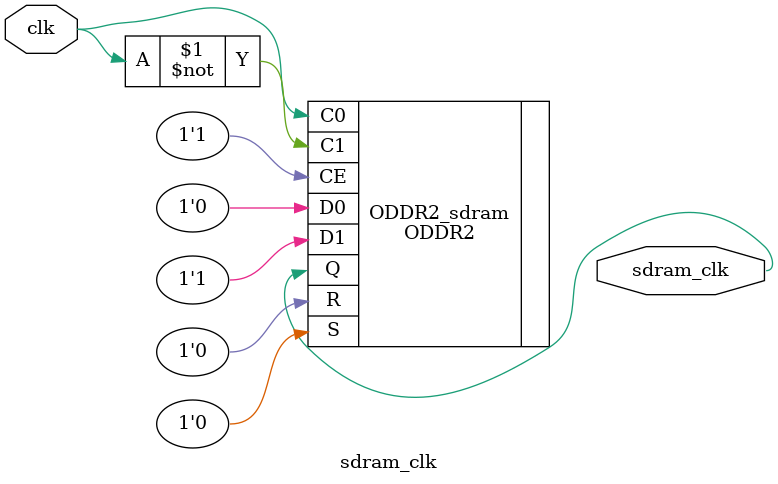
<source format=v>
`timescale 1ns / 1ps

module sdram_clk(
    input clk,
    output sdram_clk
    );

ODDR2 #(
      .DDR_ALIGNMENT("NONE"), // Sets output alignment to "NONE", "C0" or "C1" 
      .INIT(1'b0),    	// Sets initial state of the Q output to 1'b0 or 1'b1
      .SRTYPE("SYNC") 	// Specifies "SYNC" or "ASYNC" set/reset
   ) ODDR2_sdram (
      .Q(sdram_clk),		// SDRAM's clock output from FPGA
      .C0(clk),   		// FPGA's global clock
      .C1(~clk),	   	// FPGA's global clock
      .CE(1'b1), 			// 1-bit clock enable input
      .D0(1'b0), 			// 1-bit data input (associated with C0)
      .D1(1'b1), 			// 1-bit data input (associated with C1)
      .R(1'b0),   		// 1-bit reset input (no reset)
      .S(1'b0)    		// 1-bit set input (no set)
   );

endmodule

</source>
